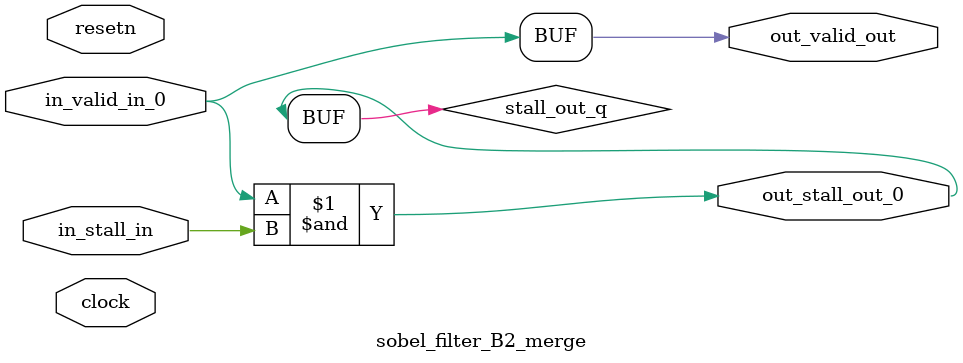
<source format=sv>



(* altera_attribute = "-name AUTO_SHIFT_REGISTER_RECOGNITION OFF; -name MESSAGE_DISABLE 10036; -name MESSAGE_DISABLE 10037; -name MESSAGE_DISABLE 14130; -name MESSAGE_DISABLE 14320; -name MESSAGE_DISABLE 15400; -name MESSAGE_DISABLE 14130; -name MESSAGE_DISABLE 10036; -name MESSAGE_DISABLE 12020; -name MESSAGE_DISABLE 12030; -name MESSAGE_DISABLE 12010; -name MESSAGE_DISABLE 12110; -name MESSAGE_DISABLE 14320; -name MESSAGE_DISABLE 13410; -name MESSAGE_DISABLE 113007; -name MESSAGE_DISABLE 10958" *)
module sobel_filter_B2_merge (
    input wire [0:0] in_stall_in,
    input wire [0:0] in_valid_in_0,
    output wire [0:0] out_stall_out_0,
    output wire [0:0] out_valid_out,
    input wire clock,
    input wire resetn
    );

    wire [0:0] stall_out_q;


    // stall_out(LOGICAL,6)
    assign stall_out_q = in_valid_in_0 & in_stall_in;

    // out_stall_out_0(GPOUT,4)
    assign out_stall_out_0 = stall_out_q;

    // out_valid_out(GPOUT,5)
    assign out_valid_out = in_valid_in_0;

endmodule

</source>
